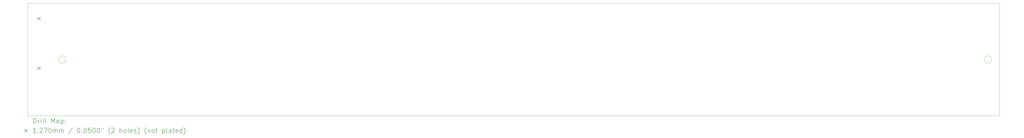
<source format=gbr>
%TF.GenerationSoftware,KiCad,Pcbnew,8.0.2-1*%
%TF.CreationDate,2025-02-21T16:49:55-05:00*%
%TF.ProjectId,OctagonPanels,4f637461-676f-46e5-9061-6e656c732e6b,rev?*%
%TF.SameCoordinates,Original*%
%TF.FileFunction,Drillmap*%
%TF.FilePolarity,Positive*%
%FSLAX45Y45*%
G04 Gerber Fmt 4.5, Leading zero omitted, Abs format (unit mm)*
G04 Created by KiCad (PCBNEW 8.0.2-1) date 2025-02-21 16:49:55*
%MOMM*%
%LPD*%
G01*
G04 APERTURE LIST*
%ADD10C,0.050000*%
%ADD11C,0.200000*%
%ADD12C,0.127000*%
G04 APERTURE END LIST*
D10*
X41330000Y-5860000D02*
X41330000Y-10740000D01*
X40990000Y-8300000D02*
G75*
G02*
X40670000Y-8300000I-160000J0D01*
G01*
X40670000Y-8300000D02*
G75*
G02*
X40990000Y-8300000I160000J0D01*
G01*
X-710000Y-5860000D02*
X41330000Y-5860000D01*
X-710000Y-5860000D02*
X-710000Y-10740000D01*
X950000Y-8300000D02*
G75*
G02*
X630000Y-8300000I-160000J0D01*
G01*
X630000Y-8300000D02*
G75*
G02*
X950000Y-8300000I160000J0D01*
G01*
X-710000Y-10740000D02*
X41330000Y-10740000D01*
D11*
D12*
X-273500Y-6462000D02*
X-146500Y-6589000D01*
X-146500Y-6462000D02*
X-273500Y-6589000D01*
X-273500Y-8611000D02*
X-146500Y-8738000D01*
X-146500Y-8611000D02*
X-273500Y-8738000D01*
D11*
X-451723Y-11053984D02*
X-451723Y-10853984D01*
X-451723Y-10853984D02*
X-404104Y-10853984D01*
X-404104Y-10853984D02*
X-375533Y-10863508D01*
X-375533Y-10863508D02*
X-356485Y-10882555D01*
X-356485Y-10882555D02*
X-346961Y-10901603D01*
X-346961Y-10901603D02*
X-337437Y-10939698D01*
X-337437Y-10939698D02*
X-337437Y-10968270D01*
X-337437Y-10968270D02*
X-346961Y-11006365D01*
X-346961Y-11006365D02*
X-356485Y-11025412D01*
X-356485Y-11025412D02*
X-375533Y-11044460D01*
X-375533Y-11044460D02*
X-404104Y-11053984D01*
X-404104Y-11053984D02*
X-451723Y-11053984D01*
X-251723Y-11053984D02*
X-251723Y-10920650D01*
X-251723Y-10958746D02*
X-242199Y-10939698D01*
X-242199Y-10939698D02*
X-232675Y-10930174D01*
X-232675Y-10930174D02*
X-213628Y-10920650D01*
X-213628Y-10920650D02*
X-194580Y-10920650D01*
X-127914Y-11053984D02*
X-127914Y-10920650D01*
X-127914Y-10853984D02*
X-137437Y-10863508D01*
X-137437Y-10863508D02*
X-127914Y-10873031D01*
X-127914Y-10873031D02*
X-118390Y-10863508D01*
X-118390Y-10863508D02*
X-127914Y-10853984D01*
X-127914Y-10853984D02*
X-127914Y-10873031D01*
X-4104Y-11053984D02*
X-23152Y-11044460D01*
X-23152Y-11044460D02*
X-32675Y-11025412D01*
X-32675Y-11025412D02*
X-32675Y-10853984D01*
X100658Y-11053984D02*
X81610Y-11044460D01*
X81610Y-11044460D02*
X72086Y-11025412D01*
X72086Y-11025412D02*
X72086Y-10853984D01*
X329229Y-11053984D02*
X329229Y-10853984D01*
X329229Y-10853984D02*
X395896Y-10996841D01*
X395896Y-10996841D02*
X462562Y-10853984D01*
X462562Y-10853984D02*
X462562Y-11053984D01*
X643515Y-11053984D02*
X643515Y-10949222D01*
X643515Y-10949222D02*
X633991Y-10930174D01*
X633991Y-10930174D02*
X614944Y-10920650D01*
X614944Y-10920650D02*
X576848Y-10920650D01*
X576848Y-10920650D02*
X557801Y-10930174D01*
X643515Y-11044460D02*
X624467Y-11053984D01*
X624467Y-11053984D02*
X576848Y-11053984D01*
X576848Y-11053984D02*
X557801Y-11044460D01*
X557801Y-11044460D02*
X548277Y-11025412D01*
X548277Y-11025412D02*
X548277Y-11006365D01*
X548277Y-11006365D02*
X557801Y-10987317D01*
X557801Y-10987317D02*
X576848Y-10977793D01*
X576848Y-10977793D02*
X624467Y-10977793D01*
X624467Y-10977793D02*
X643515Y-10968270D01*
X738753Y-10920650D02*
X738753Y-11120650D01*
X738753Y-10930174D02*
X757801Y-10920650D01*
X757801Y-10920650D02*
X795896Y-10920650D01*
X795896Y-10920650D02*
X814943Y-10930174D01*
X814943Y-10930174D02*
X824467Y-10939698D01*
X824467Y-10939698D02*
X833991Y-10958746D01*
X833991Y-10958746D02*
X833991Y-11015889D01*
X833991Y-11015889D02*
X824467Y-11034936D01*
X824467Y-11034936D02*
X814943Y-11044460D01*
X814943Y-11044460D02*
X795896Y-11053984D01*
X795896Y-11053984D02*
X757801Y-11053984D01*
X757801Y-11053984D02*
X738753Y-11044460D01*
X919705Y-11034936D02*
X929229Y-11044460D01*
X929229Y-11044460D02*
X919705Y-11053984D01*
X919705Y-11053984D02*
X910182Y-11044460D01*
X910182Y-11044460D02*
X919705Y-11034936D01*
X919705Y-11034936D02*
X919705Y-11053984D01*
X919705Y-10930174D02*
X929229Y-10939698D01*
X929229Y-10939698D02*
X919705Y-10949222D01*
X919705Y-10949222D02*
X910182Y-10939698D01*
X910182Y-10939698D02*
X919705Y-10930174D01*
X919705Y-10930174D02*
X919705Y-10949222D01*
D12*
X-839500Y-11319000D02*
X-712500Y-11446000D01*
X-712500Y-11319000D02*
X-839500Y-11446000D01*
D11*
X-346961Y-11473984D02*
X-461247Y-11473984D01*
X-404104Y-11473984D02*
X-404104Y-11273984D01*
X-404104Y-11273984D02*
X-423152Y-11302555D01*
X-423152Y-11302555D02*
X-442199Y-11321603D01*
X-442199Y-11321603D02*
X-461247Y-11331127D01*
X-261247Y-11454936D02*
X-251723Y-11464460D01*
X-251723Y-11464460D02*
X-261247Y-11473984D01*
X-261247Y-11473984D02*
X-270771Y-11464460D01*
X-270771Y-11464460D02*
X-261247Y-11454936D01*
X-261247Y-11454936D02*
X-261247Y-11473984D01*
X-175533Y-11293031D02*
X-166009Y-11283508D01*
X-166009Y-11283508D02*
X-146961Y-11273984D01*
X-146961Y-11273984D02*
X-99342Y-11273984D01*
X-99342Y-11273984D02*
X-80295Y-11283508D01*
X-80295Y-11283508D02*
X-70771Y-11293031D01*
X-70771Y-11293031D02*
X-61247Y-11312079D01*
X-61247Y-11312079D02*
X-61247Y-11331127D01*
X-61247Y-11331127D02*
X-70771Y-11359698D01*
X-70771Y-11359698D02*
X-185056Y-11473984D01*
X-185056Y-11473984D02*
X-61247Y-11473984D01*
X5420Y-11273984D02*
X138753Y-11273984D01*
X138753Y-11273984D02*
X53039Y-11473984D01*
X253039Y-11273984D02*
X272086Y-11273984D01*
X272086Y-11273984D02*
X291134Y-11283508D01*
X291134Y-11283508D02*
X300658Y-11293031D01*
X300658Y-11293031D02*
X310182Y-11312079D01*
X310182Y-11312079D02*
X319705Y-11350174D01*
X319705Y-11350174D02*
X319705Y-11397793D01*
X319705Y-11397793D02*
X310182Y-11435888D01*
X310182Y-11435888D02*
X300658Y-11454936D01*
X300658Y-11454936D02*
X291134Y-11464460D01*
X291134Y-11464460D02*
X272086Y-11473984D01*
X272086Y-11473984D02*
X253039Y-11473984D01*
X253039Y-11473984D02*
X233991Y-11464460D01*
X233991Y-11464460D02*
X224467Y-11454936D01*
X224467Y-11454936D02*
X214943Y-11435888D01*
X214943Y-11435888D02*
X205420Y-11397793D01*
X205420Y-11397793D02*
X205420Y-11350174D01*
X205420Y-11350174D02*
X214943Y-11312079D01*
X214943Y-11312079D02*
X224467Y-11293031D01*
X224467Y-11293031D02*
X233991Y-11283508D01*
X233991Y-11283508D02*
X253039Y-11273984D01*
X405420Y-11473984D02*
X405420Y-11340650D01*
X405420Y-11359698D02*
X414943Y-11350174D01*
X414943Y-11350174D02*
X433991Y-11340650D01*
X433991Y-11340650D02*
X462563Y-11340650D01*
X462563Y-11340650D02*
X481610Y-11350174D01*
X481610Y-11350174D02*
X491134Y-11369222D01*
X491134Y-11369222D02*
X491134Y-11473984D01*
X491134Y-11369222D02*
X500658Y-11350174D01*
X500658Y-11350174D02*
X519705Y-11340650D01*
X519705Y-11340650D02*
X548277Y-11340650D01*
X548277Y-11340650D02*
X567325Y-11350174D01*
X567325Y-11350174D02*
X576848Y-11369222D01*
X576848Y-11369222D02*
X576848Y-11473984D01*
X672086Y-11473984D02*
X672086Y-11340650D01*
X672086Y-11359698D02*
X681610Y-11350174D01*
X681610Y-11350174D02*
X700658Y-11340650D01*
X700658Y-11340650D02*
X729229Y-11340650D01*
X729229Y-11340650D02*
X748277Y-11350174D01*
X748277Y-11350174D02*
X757801Y-11369222D01*
X757801Y-11369222D02*
X757801Y-11473984D01*
X757801Y-11369222D02*
X767324Y-11350174D01*
X767324Y-11350174D02*
X786372Y-11340650D01*
X786372Y-11340650D02*
X814943Y-11340650D01*
X814943Y-11340650D02*
X833991Y-11350174D01*
X833991Y-11350174D02*
X843515Y-11369222D01*
X843515Y-11369222D02*
X843515Y-11473984D01*
X1233991Y-11264460D02*
X1062563Y-11521603D01*
X1491134Y-11273984D02*
X1510182Y-11273984D01*
X1510182Y-11273984D02*
X1529229Y-11283508D01*
X1529229Y-11283508D02*
X1538753Y-11293031D01*
X1538753Y-11293031D02*
X1548277Y-11312079D01*
X1548277Y-11312079D02*
X1557801Y-11350174D01*
X1557801Y-11350174D02*
X1557801Y-11397793D01*
X1557801Y-11397793D02*
X1548277Y-11435888D01*
X1548277Y-11435888D02*
X1538753Y-11454936D01*
X1538753Y-11454936D02*
X1529229Y-11464460D01*
X1529229Y-11464460D02*
X1510182Y-11473984D01*
X1510182Y-11473984D02*
X1491134Y-11473984D01*
X1491134Y-11473984D02*
X1472086Y-11464460D01*
X1472086Y-11464460D02*
X1462563Y-11454936D01*
X1462563Y-11454936D02*
X1453039Y-11435888D01*
X1453039Y-11435888D02*
X1443515Y-11397793D01*
X1443515Y-11397793D02*
X1443515Y-11350174D01*
X1443515Y-11350174D02*
X1453039Y-11312079D01*
X1453039Y-11312079D02*
X1462563Y-11293031D01*
X1462563Y-11293031D02*
X1472086Y-11283508D01*
X1472086Y-11283508D02*
X1491134Y-11273984D01*
X1643515Y-11454936D02*
X1653039Y-11464460D01*
X1653039Y-11464460D02*
X1643515Y-11473984D01*
X1643515Y-11473984D02*
X1633991Y-11464460D01*
X1633991Y-11464460D02*
X1643515Y-11454936D01*
X1643515Y-11454936D02*
X1643515Y-11473984D01*
X1776848Y-11273984D02*
X1795896Y-11273984D01*
X1795896Y-11273984D02*
X1814944Y-11283508D01*
X1814944Y-11283508D02*
X1824467Y-11293031D01*
X1824467Y-11293031D02*
X1833991Y-11312079D01*
X1833991Y-11312079D02*
X1843515Y-11350174D01*
X1843515Y-11350174D02*
X1843515Y-11397793D01*
X1843515Y-11397793D02*
X1833991Y-11435888D01*
X1833991Y-11435888D02*
X1824467Y-11454936D01*
X1824467Y-11454936D02*
X1814944Y-11464460D01*
X1814944Y-11464460D02*
X1795896Y-11473984D01*
X1795896Y-11473984D02*
X1776848Y-11473984D01*
X1776848Y-11473984D02*
X1757801Y-11464460D01*
X1757801Y-11464460D02*
X1748277Y-11454936D01*
X1748277Y-11454936D02*
X1738753Y-11435888D01*
X1738753Y-11435888D02*
X1729229Y-11397793D01*
X1729229Y-11397793D02*
X1729229Y-11350174D01*
X1729229Y-11350174D02*
X1738753Y-11312079D01*
X1738753Y-11312079D02*
X1748277Y-11293031D01*
X1748277Y-11293031D02*
X1757801Y-11283508D01*
X1757801Y-11283508D02*
X1776848Y-11273984D01*
X2024467Y-11273984D02*
X1929229Y-11273984D01*
X1929229Y-11273984D02*
X1919706Y-11369222D01*
X1919706Y-11369222D02*
X1929229Y-11359698D01*
X1929229Y-11359698D02*
X1948277Y-11350174D01*
X1948277Y-11350174D02*
X1995896Y-11350174D01*
X1995896Y-11350174D02*
X2014944Y-11359698D01*
X2014944Y-11359698D02*
X2024467Y-11369222D01*
X2024467Y-11369222D02*
X2033991Y-11388269D01*
X2033991Y-11388269D02*
X2033991Y-11435888D01*
X2033991Y-11435888D02*
X2024467Y-11454936D01*
X2024467Y-11454936D02*
X2014944Y-11464460D01*
X2014944Y-11464460D02*
X1995896Y-11473984D01*
X1995896Y-11473984D02*
X1948277Y-11473984D01*
X1948277Y-11473984D02*
X1929229Y-11464460D01*
X1929229Y-11464460D02*
X1919706Y-11454936D01*
X2157801Y-11273984D02*
X2176849Y-11273984D01*
X2176849Y-11273984D02*
X2195896Y-11283508D01*
X2195896Y-11283508D02*
X2205420Y-11293031D01*
X2205420Y-11293031D02*
X2214944Y-11312079D01*
X2214944Y-11312079D02*
X2224468Y-11350174D01*
X2224468Y-11350174D02*
X2224468Y-11397793D01*
X2224468Y-11397793D02*
X2214944Y-11435888D01*
X2214944Y-11435888D02*
X2205420Y-11454936D01*
X2205420Y-11454936D02*
X2195896Y-11464460D01*
X2195896Y-11464460D02*
X2176849Y-11473984D01*
X2176849Y-11473984D02*
X2157801Y-11473984D01*
X2157801Y-11473984D02*
X2138753Y-11464460D01*
X2138753Y-11464460D02*
X2129229Y-11454936D01*
X2129229Y-11454936D02*
X2119706Y-11435888D01*
X2119706Y-11435888D02*
X2110182Y-11397793D01*
X2110182Y-11397793D02*
X2110182Y-11350174D01*
X2110182Y-11350174D02*
X2119706Y-11312079D01*
X2119706Y-11312079D02*
X2129229Y-11293031D01*
X2129229Y-11293031D02*
X2138753Y-11283508D01*
X2138753Y-11283508D02*
X2157801Y-11273984D01*
X2348277Y-11273984D02*
X2367325Y-11273984D01*
X2367325Y-11273984D02*
X2386372Y-11283508D01*
X2386372Y-11283508D02*
X2395896Y-11293031D01*
X2395896Y-11293031D02*
X2405420Y-11312079D01*
X2405420Y-11312079D02*
X2414944Y-11350174D01*
X2414944Y-11350174D02*
X2414944Y-11397793D01*
X2414944Y-11397793D02*
X2405420Y-11435888D01*
X2405420Y-11435888D02*
X2395896Y-11454936D01*
X2395896Y-11454936D02*
X2386372Y-11464460D01*
X2386372Y-11464460D02*
X2367325Y-11473984D01*
X2367325Y-11473984D02*
X2348277Y-11473984D01*
X2348277Y-11473984D02*
X2329229Y-11464460D01*
X2329229Y-11464460D02*
X2319706Y-11454936D01*
X2319706Y-11454936D02*
X2310182Y-11435888D01*
X2310182Y-11435888D02*
X2300658Y-11397793D01*
X2300658Y-11397793D02*
X2300658Y-11350174D01*
X2300658Y-11350174D02*
X2310182Y-11312079D01*
X2310182Y-11312079D02*
X2319706Y-11293031D01*
X2319706Y-11293031D02*
X2329229Y-11283508D01*
X2329229Y-11283508D02*
X2348277Y-11273984D01*
X2491134Y-11273984D02*
X2491134Y-11312079D01*
X2567325Y-11273984D02*
X2567325Y-11312079D01*
X2862563Y-11550174D02*
X2853039Y-11540650D01*
X2853039Y-11540650D02*
X2833991Y-11512079D01*
X2833991Y-11512079D02*
X2824468Y-11493031D01*
X2824468Y-11493031D02*
X2814944Y-11464460D01*
X2814944Y-11464460D02*
X2805420Y-11416841D01*
X2805420Y-11416841D02*
X2805420Y-11378746D01*
X2805420Y-11378746D02*
X2814944Y-11331127D01*
X2814944Y-11331127D02*
X2824468Y-11302555D01*
X2824468Y-11302555D02*
X2833991Y-11283508D01*
X2833991Y-11283508D02*
X2853039Y-11254936D01*
X2853039Y-11254936D02*
X2862563Y-11245412D01*
X2929229Y-11293031D02*
X2938753Y-11283508D01*
X2938753Y-11283508D02*
X2957801Y-11273984D01*
X2957801Y-11273984D02*
X3005420Y-11273984D01*
X3005420Y-11273984D02*
X3024468Y-11283508D01*
X3024468Y-11283508D02*
X3033991Y-11293031D01*
X3033991Y-11293031D02*
X3043515Y-11312079D01*
X3043515Y-11312079D02*
X3043515Y-11331127D01*
X3043515Y-11331127D02*
X3033991Y-11359698D01*
X3033991Y-11359698D02*
X2919706Y-11473984D01*
X2919706Y-11473984D02*
X3043515Y-11473984D01*
X3281610Y-11473984D02*
X3281610Y-11273984D01*
X3367325Y-11473984D02*
X3367325Y-11369222D01*
X3367325Y-11369222D02*
X3357801Y-11350174D01*
X3357801Y-11350174D02*
X3338753Y-11340650D01*
X3338753Y-11340650D02*
X3310182Y-11340650D01*
X3310182Y-11340650D02*
X3291134Y-11350174D01*
X3291134Y-11350174D02*
X3281610Y-11359698D01*
X3491134Y-11473984D02*
X3472087Y-11464460D01*
X3472087Y-11464460D02*
X3462563Y-11454936D01*
X3462563Y-11454936D02*
X3453039Y-11435888D01*
X3453039Y-11435888D02*
X3453039Y-11378746D01*
X3453039Y-11378746D02*
X3462563Y-11359698D01*
X3462563Y-11359698D02*
X3472087Y-11350174D01*
X3472087Y-11350174D02*
X3491134Y-11340650D01*
X3491134Y-11340650D02*
X3519706Y-11340650D01*
X3519706Y-11340650D02*
X3538753Y-11350174D01*
X3538753Y-11350174D02*
X3548277Y-11359698D01*
X3548277Y-11359698D02*
X3557801Y-11378746D01*
X3557801Y-11378746D02*
X3557801Y-11435888D01*
X3557801Y-11435888D02*
X3548277Y-11454936D01*
X3548277Y-11454936D02*
X3538753Y-11464460D01*
X3538753Y-11464460D02*
X3519706Y-11473984D01*
X3519706Y-11473984D02*
X3491134Y-11473984D01*
X3672087Y-11473984D02*
X3653039Y-11464460D01*
X3653039Y-11464460D02*
X3643515Y-11445412D01*
X3643515Y-11445412D02*
X3643515Y-11273984D01*
X3824468Y-11464460D02*
X3805420Y-11473984D01*
X3805420Y-11473984D02*
X3767325Y-11473984D01*
X3767325Y-11473984D02*
X3748277Y-11464460D01*
X3748277Y-11464460D02*
X3738753Y-11445412D01*
X3738753Y-11445412D02*
X3738753Y-11369222D01*
X3738753Y-11369222D02*
X3748277Y-11350174D01*
X3748277Y-11350174D02*
X3767325Y-11340650D01*
X3767325Y-11340650D02*
X3805420Y-11340650D01*
X3805420Y-11340650D02*
X3824468Y-11350174D01*
X3824468Y-11350174D02*
X3833991Y-11369222D01*
X3833991Y-11369222D02*
X3833991Y-11388269D01*
X3833991Y-11388269D02*
X3738753Y-11407317D01*
X3910182Y-11464460D02*
X3929230Y-11473984D01*
X3929230Y-11473984D02*
X3967325Y-11473984D01*
X3967325Y-11473984D02*
X3986372Y-11464460D01*
X3986372Y-11464460D02*
X3995896Y-11445412D01*
X3995896Y-11445412D02*
X3995896Y-11435888D01*
X3995896Y-11435888D02*
X3986372Y-11416841D01*
X3986372Y-11416841D02*
X3967325Y-11407317D01*
X3967325Y-11407317D02*
X3938753Y-11407317D01*
X3938753Y-11407317D02*
X3919706Y-11397793D01*
X3919706Y-11397793D02*
X3910182Y-11378746D01*
X3910182Y-11378746D02*
X3910182Y-11369222D01*
X3910182Y-11369222D02*
X3919706Y-11350174D01*
X3919706Y-11350174D02*
X3938753Y-11340650D01*
X3938753Y-11340650D02*
X3967325Y-11340650D01*
X3967325Y-11340650D02*
X3986372Y-11350174D01*
X4062563Y-11550174D02*
X4072087Y-11540650D01*
X4072087Y-11540650D02*
X4091134Y-11512079D01*
X4091134Y-11512079D02*
X4100658Y-11493031D01*
X4100658Y-11493031D02*
X4110182Y-11464460D01*
X4110182Y-11464460D02*
X4119706Y-11416841D01*
X4119706Y-11416841D02*
X4119706Y-11378746D01*
X4119706Y-11378746D02*
X4110182Y-11331127D01*
X4110182Y-11331127D02*
X4100658Y-11302555D01*
X4100658Y-11302555D02*
X4091134Y-11283508D01*
X4091134Y-11283508D02*
X4072087Y-11254936D01*
X4072087Y-11254936D02*
X4062563Y-11245412D01*
X4424468Y-11550174D02*
X4414944Y-11540650D01*
X4414944Y-11540650D02*
X4395896Y-11512079D01*
X4395896Y-11512079D02*
X4386373Y-11493031D01*
X4386373Y-11493031D02*
X4376849Y-11464460D01*
X4376849Y-11464460D02*
X4367325Y-11416841D01*
X4367325Y-11416841D02*
X4367325Y-11378746D01*
X4367325Y-11378746D02*
X4376849Y-11331127D01*
X4376849Y-11331127D02*
X4386373Y-11302555D01*
X4386373Y-11302555D02*
X4395896Y-11283508D01*
X4395896Y-11283508D02*
X4414944Y-11254936D01*
X4414944Y-11254936D02*
X4424468Y-11245412D01*
X4500658Y-11340650D02*
X4500658Y-11473984D01*
X4500658Y-11359698D02*
X4510182Y-11350174D01*
X4510182Y-11350174D02*
X4529230Y-11340650D01*
X4529230Y-11340650D02*
X4557801Y-11340650D01*
X4557801Y-11340650D02*
X4576849Y-11350174D01*
X4576849Y-11350174D02*
X4586373Y-11369222D01*
X4586373Y-11369222D02*
X4586373Y-11473984D01*
X4710182Y-11473984D02*
X4691134Y-11464460D01*
X4691134Y-11464460D02*
X4681611Y-11454936D01*
X4681611Y-11454936D02*
X4672087Y-11435888D01*
X4672087Y-11435888D02*
X4672087Y-11378746D01*
X4672087Y-11378746D02*
X4681611Y-11359698D01*
X4681611Y-11359698D02*
X4691134Y-11350174D01*
X4691134Y-11350174D02*
X4710182Y-11340650D01*
X4710182Y-11340650D02*
X4738754Y-11340650D01*
X4738754Y-11340650D02*
X4757801Y-11350174D01*
X4757801Y-11350174D02*
X4767325Y-11359698D01*
X4767325Y-11359698D02*
X4776849Y-11378746D01*
X4776849Y-11378746D02*
X4776849Y-11435888D01*
X4776849Y-11435888D02*
X4767325Y-11454936D01*
X4767325Y-11454936D02*
X4757801Y-11464460D01*
X4757801Y-11464460D02*
X4738754Y-11473984D01*
X4738754Y-11473984D02*
X4710182Y-11473984D01*
X4833992Y-11340650D02*
X4910182Y-11340650D01*
X4862563Y-11273984D02*
X4862563Y-11445412D01*
X4862563Y-11445412D02*
X4872087Y-11464460D01*
X4872087Y-11464460D02*
X4891134Y-11473984D01*
X4891134Y-11473984D02*
X4910182Y-11473984D01*
X5129230Y-11340650D02*
X5129230Y-11540650D01*
X5129230Y-11350174D02*
X5148277Y-11340650D01*
X5148277Y-11340650D02*
X5186373Y-11340650D01*
X5186373Y-11340650D02*
X5205420Y-11350174D01*
X5205420Y-11350174D02*
X5214944Y-11359698D01*
X5214944Y-11359698D02*
X5224468Y-11378746D01*
X5224468Y-11378746D02*
X5224468Y-11435888D01*
X5224468Y-11435888D02*
X5214944Y-11454936D01*
X5214944Y-11454936D02*
X5205420Y-11464460D01*
X5205420Y-11464460D02*
X5186373Y-11473984D01*
X5186373Y-11473984D02*
X5148277Y-11473984D01*
X5148277Y-11473984D02*
X5129230Y-11464460D01*
X5338754Y-11473984D02*
X5319706Y-11464460D01*
X5319706Y-11464460D02*
X5310182Y-11445412D01*
X5310182Y-11445412D02*
X5310182Y-11273984D01*
X5500658Y-11473984D02*
X5500658Y-11369222D01*
X5500658Y-11369222D02*
X5491135Y-11350174D01*
X5491135Y-11350174D02*
X5472087Y-11340650D01*
X5472087Y-11340650D02*
X5433992Y-11340650D01*
X5433992Y-11340650D02*
X5414944Y-11350174D01*
X5500658Y-11464460D02*
X5481611Y-11473984D01*
X5481611Y-11473984D02*
X5433992Y-11473984D01*
X5433992Y-11473984D02*
X5414944Y-11464460D01*
X5414944Y-11464460D02*
X5405420Y-11445412D01*
X5405420Y-11445412D02*
X5405420Y-11426365D01*
X5405420Y-11426365D02*
X5414944Y-11407317D01*
X5414944Y-11407317D02*
X5433992Y-11397793D01*
X5433992Y-11397793D02*
X5481611Y-11397793D01*
X5481611Y-11397793D02*
X5500658Y-11388269D01*
X5567325Y-11340650D02*
X5643515Y-11340650D01*
X5595896Y-11273984D02*
X5595896Y-11445412D01*
X5595896Y-11445412D02*
X5605420Y-11464460D01*
X5605420Y-11464460D02*
X5624468Y-11473984D01*
X5624468Y-11473984D02*
X5643515Y-11473984D01*
X5786373Y-11464460D02*
X5767325Y-11473984D01*
X5767325Y-11473984D02*
X5729230Y-11473984D01*
X5729230Y-11473984D02*
X5710182Y-11464460D01*
X5710182Y-11464460D02*
X5700658Y-11445412D01*
X5700658Y-11445412D02*
X5700658Y-11369222D01*
X5700658Y-11369222D02*
X5710182Y-11350174D01*
X5710182Y-11350174D02*
X5729230Y-11340650D01*
X5729230Y-11340650D02*
X5767325Y-11340650D01*
X5767325Y-11340650D02*
X5786373Y-11350174D01*
X5786373Y-11350174D02*
X5795896Y-11369222D01*
X5795896Y-11369222D02*
X5795896Y-11388269D01*
X5795896Y-11388269D02*
X5700658Y-11407317D01*
X5967325Y-11473984D02*
X5967325Y-11273984D01*
X5967325Y-11464460D02*
X5948277Y-11473984D01*
X5948277Y-11473984D02*
X5910182Y-11473984D01*
X5910182Y-11473984D02*
X5891134Y-11464460D01*
X5891134Y-11464460D02*
X5881611Y-11454936D01*
X5881611Y-11454936D02*
X5872087Y-11435888D01*
X5872087Y-11435888D02*
X5872087Y-11378746D01*
X5872087Y-11378746D02*
X5881611Y-11359698D01*
X5881611Y-11359698D02*
X5891134Y-11350174D01*
X5891134Y-11350174D02*
X5910182Y-11340650D01*
X5910182Y-11340650D02*
X5948277Y-11340650D01*
X5948277Y-11340650D02*
X5967325Y-11350174D01*
X6043515Y-11550174D02*
X6053039Y-11540650D01*
X6053039Y-11540650D02*
X6072087Y-11512079D01*
X6072087Y-11512079D02*
X6081611Y-11493031D01*
X6081611Y-11493031D02*
X6091134Y-11464460D01*
X6091134Y-11464460D02*
X6100658Y-11416841D01*
X6100658Y-11416841D02*
X6100658Y-11378746D01*
X6100658Y-11378746D02*
X6091134Y-11331127D01*
X6091134Y-11331127D02*
X6081611Y-11302555D01*
X6081611Y-11302555D02*
X6072087Y-11283508D01*
X6072087Y-11283508D02*
X6053039Y-11254936D01*
X6053039Y-11254936D02*
X6043515Y-11245412D01*
M02*

</source>
